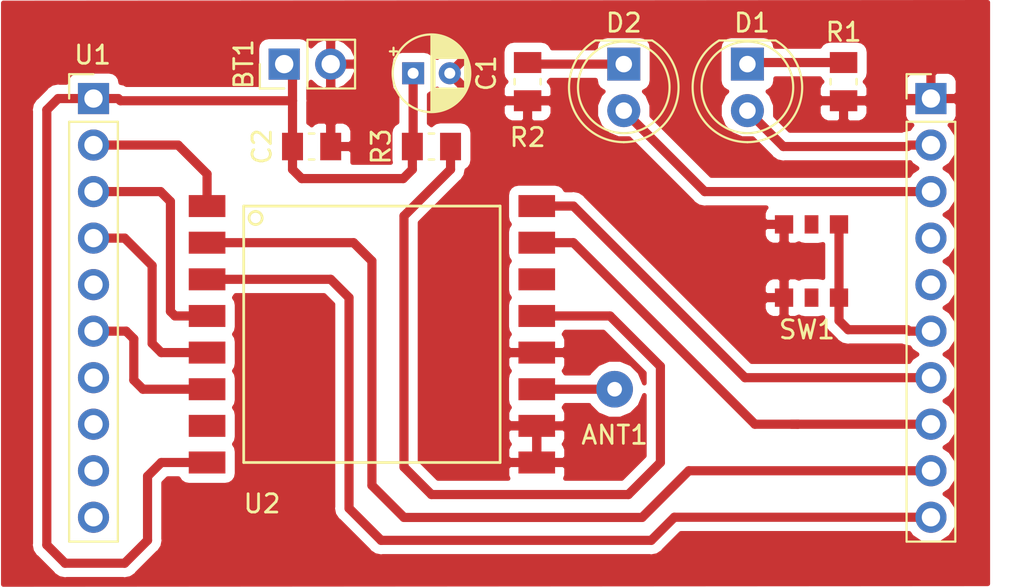
<source format=kicad_pcb>
(kicad_pcb (version 20171130) (host pcbnew 5.0.0-rc1-44a33f2~62~ubuntu16.04.1)

  (general
    (thickness 1.6)
    (drawings 0)
    (tracks 102)
    (zones 0)
    (modules 12)
    (nets 27)
  )

  (page A4)
  (title_block
    (title "Houz IR  Module")
    (date 2018-05-14)
    (rev 0.1)
    (company Houz)
    (comment 1 "David Krepsky")
  )

  (layers
    (0 F.Cu signal)
    (31 B.Cu signal)
    (32 B.Adhes user)
    (33 F.Adhes user)
    (34 B.Paste user)
    (35 F.Paste user)
    (36 B.SilkS user)
    (37 F.SilkS user)
    (38 B.Mask user)
    (39 F.Mask user)
    (40 Dwgs.User user)
    (41 Cmts.User user)
    (42 Eco1.User user)
    (43 Eco2.User user)
    (44 Edge.Cuts user)
    (45 Margin user)
    (46 B.CrtYd user hide)
    (47 F.CrtYd user hide)
    (48 B.Fab user hide)
    (49 F.Fab user hide)
  )

  (setup
    (last_trace_width 0.5)
    (trace_clearance 0.25)
    (zone_clearance 0.5)
    (zone_45_only no)
    (trace_min 0.5)
    (segment_width 0.2)
    (edge_width 0.15)
    (via_size 0.6)
    (via_drill 0.3)
    (via_min_size 0.6)
    (via_min_drill 0.3)
    (user_via 0.8 0.4)
    (uvia_size 0.3)
    (uvia_drill 0.1)
    (uvias_allowed no)
    (uvia_min_size 0.2)
    (uvia_min_drill 0.1)
    (pcb_text_width 0.3)
    (pcb_text_size 1.5 1.5)
    (mod_edge_width 0.15)
    (mod_text_size 0.6 0.6)
    (mod_text_width 0.15)
    (pad_size 1.12 1.4)
    (pad_drill 0)
    (pad_to_mask_clearance 0.2)
    (aux_axis_origin 0 0)
    (visible_elements FFFFFF7F)
    (pcbplotparams
      (layerselection 0x010fc_ffffffff)
      (usegerberextensions false)
      (usegerberattributes false)
      (usegerberadvancedattributes false)
      (creategerberjobfile false)
      (excludeedgelayer true)
      (linewidth 0.150000)
      (plotframeref false)
      (viasonmask false)
      (mode 1)
      (useauxorigin false)
      (hpglpennumber 1)
      (hpglpenspeed 20)
      (hpglpendiameter 15)
      (psnegative false)
      (psa4output false)
      (plotreference true)
      (plotvalue true)
      (plotinvisibletext false)
      (padsonsilk false)
      (subtractmaskfromsilk false)
      (outputformat 1)
      (mirror false)
      (drillshape 1)
      (scaleselection 1)
      (outputdirectory ""))
  )

  (net 0 "")
  (net 1 "Net-(ANT1-Pad1)")
  (net 2 VDD)
  (net 3 GND)
  (net 4 /PB_CFG)
  (net 5 /STATUS)
  (net 6 /POR)
  (net 7 /NSS_CFG)
  (net 8 /NSS_DATA)
  (net 9 /MOSI)
  (net 10 /MISO)
  (net 11 /SCLK)
  (net 12 /IRQ_0)
  (net 13 /IRQ_1)
  (net 14 /IR)
  (net 15 "Net-(U2-Pad7)")
  (net 16 /RF_DATA)
  (net 17 "Net-(U2-Pad14)")
  (net 18 "Net-(D1-Pad1)")
  (net 19 "Net-(D2-Pad1)")
  (net 20 "Net-(U1-Pad8)")
  (net 21 "Net-(U1-Pad7)")
  (net 22 "Net-(U1-Pad16)")
  (net 23 "Net-(U1-Pad17)")
  (net 24 "Net-(U1-Pad10)")
  (net 25 "Net-(U1-Pad9)")
  (net 26 "Net-(U1-Pad5)")

  (net_class Default "This is the default net class."
    (clearance 0.25)
    (trace_width 0.5)
    (via_dia 0.6)
    (via_drill 0.3)
    (uvia_dia 0.3)
    (uvia_drill 0.1)
    (add_net /IR)
    (add_net /IRQ_0)
    (add_net /IRQ_1)
    (add_net /MISO)
    (add_net /MOSI)
    (add_net /NSS_CFG)
    (add_net /NSS_DATA)
    (add_net /PB_CFG)
    (add_net /POR)
    (add_net /RF_DATA)
    (add_net /SCLK)
    (add_net /STATUS)
    (add_net GND)
    (add_net "Net-(ANT1-Pad1)")
    (add_net "Net-(D1-Pad1)")
    (add_net "Net-(D2-Pad1)")
    (add_net "Net-(U1-Pad10)")
    (add_net "Net-(U1-Pad16)")
    (add_net "Net-(U1-Pad17)")
    (add_net "Net-(U1-Pad5)")
    (add_net "Net-(U1-Pad7)")
    (add_net "Net-(U1-Pad8)")
    (add_net "Net-(U1-Pad9)")
    (add_net "Net-(U2-Pad14)")
    (add_net "Net-(U2-Pad7)")
    (add_net VDD)
  )

  (module Custom_BoosterPack:BoosterPack_20pins (layer F.Cu) (tedit 5AFB4141) (tstamp 5AFFBAEE)
    (at 148.91 93.81)
    (descr "Through hole straight pin header, 1x10, 2.54mm pitch, single row")
    (tags "Through hole pin header THT 1x10 2.54mm single row")
    (path /5AFC8D44)
    (fp_text reference U1 (at -22.91 -13.81) (layer F.SilkS)
      (effects (font (size 1 1) (thickness 0.15)))
    )
    (fp_text value MSP-EXP430FR2311_BoosterPack (at 15.09 16.19) (layer F.Fab)
      (effects (font (size 1 1) (thickness 0.15)))
    )
    (fp_text user %R (at -22.91 -13.81 180) (layer F.Fab)
      (effects (font (size 1 1) (thickness 0.15)))
    )
    (fp_line (start -21.06 -13.23) (end -24.66 -13.23) (layer F.CrtYd) (width 0.05))
    (fp_line (start -21.06 13.22) (end -21.06 -13.23) (layer F.CrtYd) (width 0.05))
    (fp_line (start -24.66 13.22) (end -21.06 13.22) (layer F.CrtYd) (width 0.05))
    (fp_line (start -24.66 -13.23) (end -24.66 13.22) (layer F.CrtYd) (width 0.05))
    (fp_line (start -24.19 -12.76) (end -22.86 -12.76) (layer F.SilkS) (width 0.12))
    (fp_line (start -24.19 -11.43) (end -24.19 -12.76) (layer F.SilkS) (width 0.12))
    (fp_line (start -24.19 -10.16) (end -21.53 -10.16) (layer F.SilkS) (width 0.12))
    (fp_line (start -21.53 -10.16) (end -21.53 12.76) (layer F.SilkS) (width 0.12))
    (fp_line (start -24.19 -10.16) (end -24.19 12.76) (layer F.SilkS) (width 0.12))
    (fp_line (start -24.19 12.76) (end -21.53 12.76) (layer F.SilkS) (width 0.12))
    (fp_line (start -24.13 -12.065) (end -23.495 -12.7) (layer F.Fab) (width 0.1))
    (fp_line (start -24.13 12.7) (end -24.13 -12.065) (layer F.Fab) (width 0.1))
    (fp_line (start -21.59 12.7) (end -24.13 12.7) (layer F.Fab) (width 0.1))
    (fp_line (start -21.59 -12.7) (end -21.59 12.7) (layer F.Fab) (width 0.1))
    (fp_line (start -23.495 -12.7) (end -21.59 -12.7) (layer F.Fab) (width 0.1))
    (fp_line (start 21.53 -11.43) (end 21.53 -12.76) (layer F.SilkS) (width 0.12))
    (fp_line (start 24.66 -13.23) (end 21.06 -13.23) (layer F.CrtYd) (width 0.05))
    (fp_line (start 21.59 12.7) (end 21.59 -12.065) (layer F.Fab) (width 0.1))
    (fp_line (start 24.66 13.22) (end 24.66 -13.23) (layer F.CrtYd) (width 0.05))
    (fp_line (start 21.06 -13.23) (end 21.06 13.22) (layer F.CrtYd) (width 0.05))
    (fp_line (start 21.53 -12.76) (end 22.86 -12.76) (layer F.SilkS) (width 0.12))
    (fp_line (start 21.59 -12.065) (end 22.225 -12.7) (layer F.Fab) (width 0.1))
    (fp_line (start 24.13 12.7) (end 21.59 12.7) (layer F.Fab) (width 0.1))
    (fp_text user %R (at 23.09 -13.81 180) (layer F.Fab)
      (effects (font (size 1 1) (thickness 0.15)))
    )
    (fp_line (start 22.225 -12.7) (end 24.13 -12.7) (layer F.Fab) (width 0.1))
    (fp_line (start 24.19 -10.16) (end 24.19 12.76) (layer F.SilkS) (width 0.12))
    (fp_line (start 21.53 12.76) (end 24.19 12.76) (layer F.SilkS) (width 0.12))
    (fp_line (start 21.53 -10.16) (end 21.53 12.76) (layer F.SilkS) (width 0.12))
    (fp_line (start 21.53 -10.16) (end 24.19 -10.16) (layer F.SilkS) (width 0.12))
    (fp_line (start 21.06 13.22) (end 24.66 13.22) (layer F.CrtYd) (width 0.05))
    (fp_line (start 24.13 -12.7) (end 24.13 12.7) (layer F.Fab) (width 0.1))
    (fp_line (start -27.94 15.24) (end -27.94 -15.24) (layer F.Fab) (width 0.05))
    (fp_line (start -27.94 -15.24) (end 27.94 -15.24) (layer F.Fab) (width 0.05))
    (fp_line (start 27.94 -15.24) (end 27.94 15.24) (layer F.Fab) (width 0.05))
    (fp_line (start 27.94 15.24) (end -27.94 15.24) (layer F.Fab) (width 0.05))
    (pad 10 thru_hole oval (at -22.86 11.43) (size 1.7 1.7) (drill 1) (layers *.Cu *.Mask)
      (net 24 "Net-(U1-Pad10)"))
    (pad 9 thru_hole oval (at -22.86 8.89) (size 1.7 1.7) (drill 1) (layers *.Cu *.Mask)
      (net 25 "Net-(U1-Pad9)"))
    (pad 8 thru_hole oval (at -22.86 6.35) (size 1.7 1.7) (drill 1) (layers *.Cu *.Mask)
      (net 20 "Net-(U1-Pad8)"))
    (pad 7 thru_hole oval (at -22.86 3.81) (size 1.7 1.7) (drill 1) (layers *.Cu *.Mask)
      (net 21 "Net-(U1-Pad7)"))
    (pad 6 thru_hole oval (at -22.86 1.27) (size 1.7 1.7) (drill 1) (layers *.Cu *.Mask)
      (net 11 /SCLK))
    (pad 5 thru_hole oval (at -22.86 -1.27) (size 1.7 1.7) (drill 1) (layers *.Cu *.Mask)
      (net 26 "Net-(U1-Pad5)"))
    (pad 4 thru_hole oval (at -22.86 -3.81) (size 1.7 1.7) (drill 1) (layers *.Cu *.Mask)
      (net 9 /MOSI))
    (pad 3 thru_hole oval (at -22.86 -6.35) (size 1.7 1.7) (drill 1) (layers *.Cu *.Mask)
      (net 10 /MISO))
    (pad 2 thru_hole oval (at -22.86 -8.89) (size 1.7 1.7) (drill 1) (layers *.Cu *.Mask)
      (net 6 /POR))
    (pad 1 thru_hole rect (at -22.86 -11.43) (size 1.7 1.7) (drill 1) (layers *.Cu *.Mask)
      (net 2 VDD))
    (pad 16 thru_hole oval (at 22.86 -1.27) (size 1.7 1.7) (drill 1) (layers *.Cu *.Mask)
      (net 22 "Net-(U1-Pad16)"))
    (pad 14 thru_hole oval (at 22.86 3.81) (size 1.7 1.7) (drill 1) (layers *.Cu *.Mask)
      (net 12 /IRQ_0))
    (pad 11 thru_hole oval (at 22.86 11.43) (size 1.7 1.7) (drill 1) (layers *.Cu *.Mask)
      (net 8 /NSS_DATA))
    (pad 12 thru_hole oval (at 22.86 8.89) (size 1.7 1.7) (drill 1) (layers *.Cu *.Mask)
      (net 7 /NSS_CFG))
    (pad 13 thru_hole oval (at 22.86 6.35) (size 1.7 1.7) (drill 1) (layers *.Cu *.Mask)
      (net 13 /IRQ_1))
    (pad 15 thru_hole oval (at 22.86 1.27) (size 1.7 1.7) (drill 1) (layers *.Cu *.Mask)
      (net 4 /PB_CFG))
    (pad 17 thru_hole oval (at 22.86 -3.81) (size 1.7 1.7) (drill 1) (layers *.Cu *.Mask)
      (net 23 "Net-(U1-Pad17)"))
    (pad 18 thru_hole oval (at 22.86 -6.35) (size 1.7 1.7) (drill 1) (layers *.Cu *.Mask)
      (net 14 /IR))
    (pad 20 thru_hole rect (at 22.86 -11.43) (size 1.7 1.7) (drill 1) (layers *.Cu *.Mask)
      (net 3 GND))
    (pad 19 thru_hole oval (at 22.86 -8.89) (size 1.7 1.7) (drill 1) (layers *.Cu *.Mask)
      (net 5 /STATUS))
    (model ${KISYS3DMOD}/Pin_Headers.3dshapes/Pin_Header_Straight_1x10_Pitch2.54mm.wrl
      (at (xyz 0 0 0))
      (scale (xyz 1 1 1))
      (rotate (xyz 0 0 0))
    )
  )

  (module Custom_RF:RFM64W-433S2 (layer F.Cu) (tedit 5AD2525E) (tstamp 5AFCFE59)
    (at 141.25 95.25)
    (path /5AEB0ECE)
    (fp_text reference U2 (at -6 9.25) (layer F.SilkS)
      (effects (font (size 1 1) (thickness 0.15)))
    )
    (fp_text value RFM64W (at 0 0) (layer F.Fab)
      (effects (font (size 1 1) (thickness 0.15)))
    )
    (fp_circle (center -6.35 -6.35) (end -6.096 -6.604) (layer F.SilkS) (width 0.15))
    (fp_line (start -7 -7) (end 7 -7) (layer F.SilkS) (width 0.15))
    (fp_line (start 7 -7) (end 7 7) (layer F.SilkS) (width 0.15))
    (fp_line (start 7 7) (end -7 7) (layer F.SilkS) (width 0.15))
    (fp_line (start -7 7) (end -7 -7) (layer F.SilkS) (width 0.15))
    (fp_line (start 9.85 8) (end -9.85 8) (layer F.Fab) (width 0.15))
    (fp_line (start 9.85 -8) (end 9.85 8) (layer F.Fab) (width 0.15))
    (fp_line (start -9.85 8) (end -9.85 -8) (layer F.Fab) (width 0.15))
    (fp_line (start -9.85 -8) (end 9.85 -8) (layer F.Fab) (width 0.15))
    (pad 1 smd rect (at -9 -7) (size 2 1.2) (layers F.Cu F.Paste F.Mask)
      (net 6 /POR))
    (pad 2 smd rect (at -9 -5) (size 2 1.2) (layers F.Cu F.Paste F.Mask)
      (net 7 /NSS_CFG))
    (pad 3 smd rect (at -9 -3) (size 2 1.2) (layers F.Cu F.Paste F.Mask)
      (net 8 /NSS_DATA))
    (pad 4 smd rect (at -9 -1) (size 2 1.2) (layers F.Cu F.Paste F.Mask)
      (net 10 /MISO))
    (pad 5 smd rect (at -9 1) (size 2 1.2) (layers F.Cu F.Paste F.Mask)
      (net 9 /MOSI))
    (pad 6 smd rect (at -9 3) (size 2 1.2) (layers F.Cu F.Paste F.Mask)
      (net 11 /SCLK))
    (pad 7 smd rect (at -9 5) (size 2 1.2) (layers F.Cu F.Paste F.Mask)
      (net 15 "Net-(U2-Pad7)"))
    (pad 8 smd rect (at -9 7) (size 2 1.2) (layers F.Cu F.Paste F.Mask)
      (net 2 VDD))
    (pad 9 smd rect (at 9 7) (size 2 1.2) (layers F.Cu F.Paste F.Mask)
      (net 3 GND))
    (pad 10 smd rect (at 9 5) (size 2 1.2) (layers F.Cu F.Paste F.Mask)
      (net 3 GND))
    (pad 11 smd rect (at 9 3) (size 2 1.2) (layers F.Cu F.Paste F.Mask)
      (net 1 "Net-(ANT1-Pad1)"))
    (pad 12 smd rect (at 9 1) (size 2 1.2) (layers F.Cu F.Paste F.Mask)
      (net 3 GND))
    (pad 13 smd rect (at 9 -1) (size 2 1.2) (layers F.Cu F.Paste F.Mask)
      (net 16 /RF_DATA))
    (pad 14 smd rect (at 9 -3) (size 2 1.2) (layers F.Cu F.Paste F.Mask)
      (net 17 "Net-(U2-Pad14)"))
    (pad 15 smd rect (at 9 -5) (size 2 1.2) (layers F.Cu F.Paste F.Mask)
      (net 13 /IRQ_1))
    (pad 16 smd rect (at 9 -7) (size 2 1.2) (layers F.Cu F.Paste F.Mask)
      (net 12 /IRQ_0))
  )

  (module Connector_PinHeader_2.54mm:PinHeader_1x02_P2.54mm_Vertical (layer F.Cu) (tedit 59FED5CC) (tstamp 5AFCFD2C)
    (at 136.46 80.5 90)
    (descr "Through hole straight pin header, 1x02, 2.54mm pitch, single row")
    (tags "Through hole pin header THT 1x02 2.54mm single row")
    (path /5AEB2D3B)
    (fp_text reference BT1 (at 0 -2.21 90) (layer F.SilkS)
      (effects (font (size 1 1) (thickness 0.15)))
    )
    (fp_text value CR2477 (at 0 -2.46 90) (layer F.Fab)
      (effects (font (size 1 1) (thickness 0.15)))
    )
    (fp_line (start -0.635 -1.27) (end 1.27 -1.27) (layer F.Fab) (width 0.1))
    (fp_line (start 1.27 -1.27) (end 1.27 3.81) (layer F.Fab) (width 0.1))
    (fp_line (start 1.27 3.81) (end -1.27 3.81) (layer F.Fab) (width 0.1))
    (fp_line (start -1.27 3.81) (end -1.27 -0.635) (layer F.Fab) (width 0.1))
    (fp_line (start -1.27 -0.635) (end -0.635 -1.27) (layer F.Fab) (width 0.1))
    (fp_line (start -1.33 3.87) (end 1.33 3.87) (layer F.SilkS) (width 0.12))
    (fp_line (start -1.33 1.27) (end -1.33 3.87) (layer F.SilkS) (width 0.12))
    (fp_line (start 1.33 1.27) (end 1.33 3.87) (layer F.SilkS) (width 0.12))
    (fp_line (start -1.33 1.27) (end 1.33 1.27) (layer F.SilkS) (width 0.12))
    (fp_line (start -1.33 0) (end -1.33 -1.33) (layer F.SilkS) (width 0.12))
    (fp_line (start -1.33 -1.33) (end 0 -1.33) (layer F.SilkS) (width 0.12))
    (fp_line (start -1.8 -1.8) (end -1.8 4.35) (layer F.CrtYd) (width 0.05))
    (fp_line (start -1.8 4.35) (end 1.8 4.35) (layer F.CrtYd) (width 0.05))
    (fp_line (start 1.8 4.35) (end 1.8 -1.8) (layer F.CrtYd) (width 0.05))
    (fp_line (start 1.8 -1.8) (end -1.8 -1.8) (layer F.CrtYd) (width 0.05))
    (fp_text user %R (at -0.25 -4.46 270) (layer F.Fab)
      (effects (font (size 1 1) (thickness 0.15)))
    )
    (pad 1 thru_hole rect (at 0 0 90) (size 1.7 1.7) (drill 1) (layers *.Cu *.Mask)
      (net 2 VDD))
    (pad 2 thru_hole oval (at 0 2.54 90) (size 1.7 1.7) (drill 1) (layers *.Cu *.Mask)
      (net 3 GND))
    (model ${KISYS3DMOD}/Connector_PinHeader_2.54mm.3dshapes/PinHeader_1x02_P2.54mm_Vertical.wrl
      (at (xyz 0 0 0))
      (scale (xyz 1 1 1))
      (rotate (xyz 0 0 0))
    )
  )

  (module Capacitor_THT:CP_Radial_D4.0mm_P2.00mm (layer F.Cu) (tedit 5A533290) (tstamp 5AFCFF2F)
    (at 143.5 81)
    (descr "CP, Radial series, Radial, pin pitch=2.00mm, , diameter=4mm, Electrolytic Capacitor")
    (tags "CP Radial series Radial pin pitch 2.00mm  diameter 4mm Electrolytic Capacitor")
    (path /5AECEBA4)
    (fp_text reference C1 (at 4 0 90) (layer F.SilkS)
      (effects (font (size 1 1) (thickness 0.15)))
    )
    (fp_text value 10u (at -1.5 -0.25 -270) (layer F.Fab)
      (effects (font (size 1 1) (thickness 0.15)))
    )
    (fp_circle (center 1 0) (end 3 0) (layer F.Fab) (width 0.1))
    (fp_circle (center 1 0) (end 3.12 0) (layer F.SilkS) (width 0.12))
    (fp_circle (center 1 0) (end 3.25 0) (layer F.CrtYd) (width 0.05))
    (fp_line (start -0.702554 -0.8675) (end -0.302554 -0.8675) (layer F.Fab) (width 0.1))
    (fp_line (start -0.502554 -1.0675) (end -0.502554 -0.6675) (layer F.Fab) (width 0.1))
    (fp_line (start 1 -2.08) (end 1 2.08) (layer F.SilkS) (width 0.12))
    (fp_line (start 1.04 -2.08) (end 1.04 2.08) (layer F.SilkS) (width 0.12))
    (fp_line (start 1.08 -2.079) (end 1.08 2.079) (layer F.SilkS) (width 0.12))
    (fp_line (start 1.12 -2.077) (end 1.12 2.077) (layer F.SilkS) (width 0.12))
    (fp_line (start 1.16 -2.074) (end 1.16 2.074) (layer F.SilkS) (width 0.12))
    (fp_line (start 1.2 -2.071) (end 1.2 -0.84) (layer F.SilkS) (width 0.12))
    (fp_line (start 1.2 0.84) (end 1.2 2.071) (layer F.SilkS) (width 0.12))
    (fp_line (start 1.24 -2.067) (end 1.24 -0.84) (layer F.SilkS) (width 0.12))
    (fp_line (start 1.24 0.84) (end 1.24 2.067) (layer F.SilkS) (width 0.12))
    (fp_line (start 1.28 -2.062) (end 1.28 -0.84) (layer F.SilkS) (width 0.12))
    (fp_line (start 1.28 0.84) (end 1.28 2.062) (layer F.SilkS) (width 0.12))
    (fp_line (start 1.32 -2.056) (end 1.32 -0.84) (layer F.SilkS) (width 0.12))
    (fp_line (start 1.32 0.84) (end 1.32 2.056) (layer F.SilkS) (width 0.12))
    (fp_line (start 1.36 -2.05) (end 1.36 -0.84) (layer F.SilkS) (width 0.12))
    (fp_line (start 1.36 0.84) (end 1.36 2.05) (layer F.SilkS) (width 0.12))
    (fp_line (start 1.4 -2.042) (end 1.4 -0.84) (layer F.SilkS) (width 0.12))
    (fp_line (start 1.4 0.84) (end 1.4 2.042) (layer F.SilkS) (width 0.12))
    (fp_line (start 1.44 -2.034) (end 1.44 -0.84) (layer F.SilkS) (width 0.12))
    (fp_line (start 1.44 0.84) (end 1.44 2.034) (layer F.SilkS) (width 0.12))
    (fp_line (start 1.48 -2.025) (end 1.48 -0.84) (layer F.SilkS) (width 0.12))
    (fp_line (start 1.48 0.84) (end 1.48 2.025) (layer F.SilkS) (width 0.12))
    (fp_line (start 1.52 -2.016) (end 1.52 -0.84) (layer F.SilkS) (width 0.12))
    (fp_line (start 1.52 0.84) (end 1.52 2.016) (layer F.SilkS) (width 0.12))
    (fp_line (start 1.56 -2.005) (end 1.56 -0.84) (layer F.SilkS) (width 0.12))
    (fp_line (start 1.56 0.84) (end 1.56 2.005) (layer F.SilkS) (width 0.12))
    (fp_line (start 1.6 -1.994) (end 1.6 -0.84) (layer F.SilkS) (width 0.12))
    (fp_line (start 1.6 0.84) (end 1.6 1.994) (layer F.SilkS) (width 0.12))
    (fp_line (start 1.64 -1.982) (end 1.64 -0.84) (layer F.SilkS) (width 0.12))
    (fp_line (start 1.64 0.84) (end 1.64 1.982) (layer F.SilkS) (width 0.12))
    (fp_line (start 1.68 -1.968) (end 1.68 -0.84) (layer F.SilkS) (width 0.12))
    (fp_line (start 1.68 0.84) (end 1.68 1.968) (layer F.SilkS) (width 0.12))
    (fp_line (start 1.721 -1.954) (end 1.721 -0.84) (layer F.SilkS) (width 0.12))
    (fp_line (start 1.721 0.84) (end 1.721 1.954) (layer F.SilkS) (width 0.12))
    (fp_line (start 1.761 -1.94) (end 1.761 -0.84) (layer F.SilkS) (width 0.12))
    (fp_line (start 1.761 0.84) (end 1.761 1.94) (layer F.SilkS) (width 0.12))
    (fp_line (start 1.801 -1.924) (end 1.801 -0.84) (layer F.SilkS) (width 0.12))
    (fp_line (start 1.801 0.84) (end 1.801 1.924) (layer F.SilkS) (width 0.12))
    (fp_line (start 1.841 -1.907) (end 1.841 -0.84) (layer F.SilkS) (width 0.12))
    (fp_line (start 1.841 0.84) (end 1.841 1.907) (layer F.SilkS) (width 0.12))
    (fp_line (start 1.881 -1.889) (end 1.881 -0.84) (layer F.SilkS) (width 0.12))
    (fp_line (start 1.881 0.84) (end 1.881 1.889) (layer F.SilkS) (width 0.12))
    (fp_line (start 1.921 -1.87) (end 1.921 -0.84) (layer F.SilkS) (width 0.12))
    (fp_line (start 1.921 0.84) (end 1.921 1.87) (layer F.SilkS) (width 0.12))
    (fp_line (start 1.961 -1.851) (end 1.961 -0.84) (layer F.SilkS) (width 0.12))
    (fp_line (start 1.961 0.84) (end 1.961 1.851) (layer F.SilkS) (width 0.12))
    (fp_line (start 2.001 -1.83) (end 2.001 -0.84) (layer F.SilkS) (width 0.12))
    (fp_line (start 2.001 0.84) (end 2.001 1.83) (layer F.SilkS) (width 0.12))
    (fp_line (start 2.041 -1.808) (end 2.041 -0.84) (layer F.SilkS) (width 0.12))
    (fp_line (start 2.041 0.84) (end 2.041 1.808) (layer F.SilkS) (width 0.12))
    (fp_line (start 2.081 -1.785) (end 2.081 -0.84) (layer F.SilkS) (width 0.12))
    (fp_line (start 2.081 0.84) (end 2.081 1.785) (layer F.SilkS) (width 0.12))
    (fp_line (start 2.121 -1.76) (end 2.121 -0.84) (layer F.SilkS) (width 0.12))
    (fp_line (start 2.121 0.84) (end 2.121 1.76) (layer F.SilkS) (width 0.12))
    (fp_line (start 2.161 -1.735) (end 2.161 -0.84) (layer F.SilkS) (width 0.12))
    (fp_line (start 2.161 0.84) (end 2.161 1.735) (layer F.SilkS) (width 0.12))
    (fp_line (start 2.201 -1.708) (end 2.201 -0.84) (layer F.SilkS) (width 0.12))
    (fp_line (start 2.201 0.84) (end 2.201 1.708) (layer F.SilkS) (width 0.12))
    (fp_line (start 2.241 -1.68) (end 2.241 -0.84) (layer F.SilkS) (width 0.12))
    (fp_line (start 2.241 0.84) (end 2.241 1.68) (layer F.SilkS) (width 0.12))
    (fp_line (start 2.281 -1.65) (end 2.281 -0.84) (layer F.SilkS) (width 0.12))
    (fp_line (start 2.281 0.84) (end 2.281 1.65) (layer F.SilkS) (width 0.12))
    (fp_line (start 2.321 -1.619) (end 2.321 -0.84) (layer F.SilkS) (width 0.12))
    (fp_line (start 2.321 0.84) (end 2.321 1.619) (layer F.SilkS) (width 0.12))
    (fp_line (start 2.361 -1.587) (end 2.361 -0.84) (layer F.SilkS) (width 0.12))
    (fp_line (start 2.361 0.84) (end 2.361 1.587) (layer F.SilkS) (width 0.12))
    (fp_line (start 2.401 -1.552) (end 2.401 -0.84) (layer F.SilkS) (width 0.12))
    (fp_line (start 2.401 0.84) (end 2.401 1.552) (layer F.SilkS) (width 0.12))
    (fp_line (start 2.441 -1.516) (end 2.441 -0.84) (layer F.SilkS) (width 0.12))
    (fp_line (start 2.441 0.84) (end 2.441 1.516) (layer F.SilkS) (width 0.12))
    (fp_line (start 2.481 -1.478) (end 2.481 -0.84) (layer F.SilkS) (width 0.12))
    (fp_line (start 2.481 0.84) (end 2.481 1.478) (layer F.SilkS) (width 0.12))
    (fp_line (start 2.521 -1.438) (end 2.521 -0.84) (layer F.SilkS) (width 0.12))
    (fp_line (start 2.521 0.84) (end 2.521 1.438) (layer F.SilkS) (width 0.12))
    (fp_line (start 2.561 -1.396) (end 2.561 -0.84) (layer F.SilkS) (width 0.12))
    (fp_line (start 2.561 0.84) (end 2.561 1.396) (layer F.SilkS) (width 0.12))
    (fp_line (start 2.601 -1.351) (end 2.601 -0.84) (layer F.SilkS) (width 0.12))
    (fp_line (start 2.601 0.84) (end 2.601 1.351) (layer F.SilkS) (width 0.12))
    (fp_line (start 2.641 -1.304) (end 2.641 -0.84) (layer F.SilkS) (width 0.12))
    (fp_line (start 2.641 0.84) (end 2.641 1.304) (layer F.SilkS) (width 0.12))
    (fp_line (start 2.681 -1.254) (end 2.681 -0.84) (layer F.SilkS) (width 0.12))
    (fp_line (start 2.681 0.84) (end 2.681 1.254) (layer F.SilkS) (width 0.12))
    (fp_line (start 2.721 -1.2) (end 2.721 -0.84) (layer F.SilkS) (width 0.12))
    (fp_line (start 2.721 0.84) (end 2.721 1.2) (layer F.SilkS) (width 0.12))
    (fp_line (start 2.761 -1.142) (end 2.761 -0.84) (layer F.SilkS) (width 0.12))
    (fp_line (start 2.761 0.84) (end 2.761 1.142) (layer F.SilkS) (width 0.12))
    (fp_line (start 2.801 -1.08) (end 2.801 -0.84) (layer F.SilkS) (width 0.12))
    (fp_line (start 2.801 0.84) (end 2.801 1.08) (layer F.SilkS) (width 0.12))
    (fp_line (start 2.841 -1.013) (end 2.841 1.013) (layer F.SilkS) (width 0.12))
    (fp_line (start 2.881 -0.94) (end 2.881 0.94) (layer F.SilkS) (width 0.12))
    (fp_line (start 2.921 -0.859) (end 2.921 0.859) (layer F.SilkS) (width 0.12))
    (fp_line (start 2.961 -0.768) (end 2.961 0.768) (layer F.SilkS) (width 0.12))
    (fp_line (start 3.001 -0.664) (end 3.001 0.664) (layer F.SilkS) (width 0.12))
    (fp_line (start 3.041 -0.537) (end 3.041 0.537) (layer F.SilkS) (width 0.12))
    (fp_line (start 3.081 -0.37) (end 3.081 0.37) (layer F.SilkS) (width 0.12))
    (fp_line (start -1.269801 -1.195) (end -0.869801 -1.195) (layer F.SilkS) (width 0.12))
    (fp_line (start -1.069801 -1.395) (end -1.069801 -0.995) (layer F.SilkS) (width 0.12))
    (fp_text user %R (at 1 -2.25 -270) (layer F.Fab)
      (effects (font (size 0.8 0.8) (thickness 0.12)))
    )
    (pad 1 thru_hole rect (at 0 0) (size 1.2 1.2) (drill 0.6) (layers *.Cu *.Mask)
      (net 2 VDD))
    (pad 2 thru_hole circle (at 2 0) (size 1.2 1.2) (drill 0.6) (layers *.Cu *.Mask)
      (net 3 GND))
    (model ${KISYS3DMOD}/Capacitor_THT.3dshapes/CP_Radial_D4.0mm_P2.00mm.wrl
      (at (xyz 0 0 0))
      (scale (xyz 1 1 1))
      (rotate (xyz 0 0 0))
    )
  )

  (module Capacitor_SMD:C_0805_2012Metric_Pad1.15x1.50mm_HandSolder (layer F.Cu) (tedit 59FE48B8) (tstamp 5AFFABDD)
    (at 137.9575 85)
    (descr "Capacitor SMD 0805 (2012 Metric), square (rectangular) end terminal, IPC_7351 nominal with elongated pad for handsoldering. (Body size source: http://www.tortai-tech.com/upload/download/2011102023233369053.pdf), generated with kicad-footprint-generator")
    (tags "capacitor handsolder")
    (path /5AECEBAB)
    (attr smd)
    (fp_text reference C2 (at -2.7075 0 90) (layer F.SilkS)
      (effects (font (size 1 1) (thickness 0.15)))
    )
    (fp_text value 100n (at 0 1.85) (layer F.Fab)
      (effects (font (size 1 1) (thickness 0.15)))
    )
    (fp_line (start -1 0.6) (end -1 -0.6) (layer F.Fab) (width 0.1))
    (fp_line (start -1 -0.6) (end 1 -0.6) (layer F.Fab) (width 0.1))
    (fp_line (start 1 -0.6) (end 1 0.6) (layer F.Fab) (width 0.1))
    (fp_line (start 1 0.6) (end -1 0.6) (layer F.Fab) (width 0.1))
    (fp_line (start -0.15 -0.71) (end 0.15 -0.71) (layer F.SilkS) (width 0.12))
    (fp_line (start -0.15 0.71) (end 0.15 0.71) (layer F.SilkS) (width 0.12))
    (fp_line (start -1.86 1) (end -1.86 -1) (layer F.CrtYd) (width 0.05))
    (fp_line (start -1.86 -1) (end 1.86 -1) (layer F.CrtYd) (width 0.05))
    (fp_line (start 1.86 -1) (end 1.86 1) (layer F.CrtYd) (width 0.05))
    (fp_line (start 1.86 1) (end -1.86 1) (layer F.CrtYd) (width 0.05))
    (fp_text user %R (at 2.0425 0 -270) (layer F.Fab)
      (effects (font (size 0.5 0.5) (thickness 0.08)))
    )
    (pad 1 smd rect (at -1.0425 0) (size 1.145 1.5) (layers F.Cu F.Paste F.Mask)
      (net 2 VDD))
    (pad 2 smd rect (at 1.0425 0) (size 1.145 1.5) (layers F.Cu F.Paste F.Mask)
      (net 3 GND))
    (model ${KISYS3DMOD}/Capacitor_SMD.3dshapes/C_0805_2012Metric.wrl
      (at (xyz 0 0 0))
      (scale (xyz 1 1 1))
      (rotate (xyz 0 0 0))
    )
  )

  (module LED_THT:LED_D5.0mm (layer F.Cu) (tedit 5995936A) (tstamp 5AFCFCC2)
    (at 161.75 80.5 270)
    (descr "LED, diameter 5.0mm, 2 pins, http://cdn-reichelt.de/documents/datenblatt/A500/LL-504BC2E-009.pdf")
    (tags "LED diameter 5.0mm 2 pins")
    (path /5AEB16CA)
    (fp_text reference D1 (at -2.25 -0.25 180) (layer F.SilkS)
      (effects (font (size 1 1) (thickness 0.15)))
    )
    (fp_text value RED (at 1.27 3.96 270) (layer F.Fab)
      (effects (font (size 1 1) (thickness 0.15)))
    )
    (fp_text user %R (at 1.25 0 270) (layer F.Fab)
      (effects (font (size 0.8 0.8) (thickness 0.2)))
    )
    (fp_line (start 4.5 -3.25) (end -1.95 -3.25) (layer F.CrtYd) (width 0.05))
    (fp_line (start 4.5 3.25) (end 4.5 -3.25) (layer F.CrtYd) (width 0.05))
    (fp_line (start -1.95 3.25) (end 4.5 3.25) (layer F.CrtYd) (width 0.05))
    (fp_line (start -1.95 -3.25) (end -1.95 3.25) (layer F.CrtYd) (width 0.05))
    (fp_line (start -1.29 -1.545) (end -1.29 1.545) (layer F.SilkS) (width 0.12))
    (fp_line (start -1.23 -1.469694) (end -1.23 1.469694) (layer F.Fab) (width 0.1))
    (fp_circle (center 1.27 0) (end 3.77 0) (layer F.SilkS) (width 0.12))
    (fp_circle (center 1.27 0) (end 3.77 0) (layer F.Fab) (width 0.1))
    (fp_arc (start 1.27 0) (end -1.29 1.54483) (angle -148.9) (layer F.SilkS) (width 0.12))
    (fp_arc (start 1.27 0) (end -1.29 -1.54483) (angle 148.9) (layer F.SilkS) (width 0.12))
    (fp_arc (start 1.27 0) (end -1.23 -1.469694) (angle 299.1) (layer F.Fab) (width 0.1))
    (pad 2 thru_hole circle (at 2.54 0 270) (size 1.8 1.8) (drill 0.9) (layers *.Cu *.Mask)
      (net 5 /STATUS))
    (pad 1 thru_hole rect (at 0 0 270) (size 1.8 1.8) (drill 0.9) (layers *.Cu *.Mask)
      (net 18 "Net-(D1-Pad1)"))
    (model ${KISYS3DMOD}/LED_THT.3dshapes/LED_D5.0mm.wrl
      (at (xyz 0 0 0))
      (scale (xyz 1 1 1))
      (rotate (xyz 0 0 0))
    )
  )

  (module LED_THT:LED_D5.0mm (layer F.Cu) (tedit 5995936A) (tstamp 5AFD0076)
    (at 155 80.5 270)
    (descr "LED, diameter 5.0mm, 2 pins, http://cdn-reichelt.de/documents/datenblatt/A500/LL-504BC2E-009.pdf")
    (tags "LED diameter 5.0mm 2 pins")
    (path /5AEB1646)
    (fp_text reference D2 (at -2.25 0) (layer F.SilkS)
      (effects (font (size 1 1) (thickness 0.15)))
    )
    (fp_text value IR (at 1.5 3.75 270) (layer F.Fab)
      (effects (font (size 1 1) (thickness 0.15)))
    )
    (fp_arc (start 1.27 0) (end -1.23 -1.469694) (angle 299.1) (layer F.Fab) (width 0.1))
    (fp_arc (start 1.27 0) (end -1.29 -1.54483) (angle 148.9) (layer F.SilkS) (width 0.12))
    (fp_arc (start 1.27 0) (end -1.29 1.54483) (angle -148.9) (layer F.SilkS) (width 0.12))
    (fp_circle (center 1.27 0) (end 3.77 0) (layer F.Fab) (width 0.1))
    (fp_circle (center 1.27 0) (end 3.77 0) (layer F.SilkS) (width 0.12))
    (fp_line (start -1.23 -1.469694) (end -1.23 1.469694) (layer F.Fab) (width 0.1))
    (fp_line (start -1.29 -1.545) (end -1.29 1.545) (layer F.SilkS) (width 0.12))
    (fp_line (start -1.95 -3.25) (end -1.95 3.25) (layer F.CrtYd) (width 0.05))
    (fp_line (start -1.95 3.25) (end 4.5 3.25) (layer F.CrtYd) (width 0.05))
    (fp_line (start 4.5 3.25) (end 4.5 -3.25) (layer F.CrtYd) (width 0.05))
    (fp_line (start 4.5 -3.25) (end -1.95 -3.25) (layer F.CrtYd) (width 0.05))
    (fp_text user %R (at 1.25 0 270) (layer F.Fab)
      (effects (font (size 0.8 0.8) (thickness 0.2)))
    )
    (pad 1 thru_hole rect (at 0 0 270) (size 1.8 1.8) (drill 0.9) (layers *.Cu *.Mask)
      (net 19 "Net-(D2-Pad1)"))
    (pad 2 thru_hole circle (at 2.54 0 270) (size 1.8 1.8) (drill 0.9) (layers *.Cu *.Mask)
      (net 14 /IR))
    (model ${KISYS3DMOD}/LED_THT.3dshapes/LED_D5.0mm.wrl
      (at (xyz 0 0 0))
      (scale (xyz 1 1 1))
      (rotate (xyz 0 0 0))
    )
  )

  (module Resistor_SMD:R_0805_2012Metric_Pad1.15x1.50mm_HandSolder (layer F.Cu) (tedit 59FE48B8) (tstamp 5AFCFE17)
    (at 167 81.4575 270)
    (descr "Resistor SMD 0805 (2012 Metric), square (rectangular) end terminal, IPC_7351 nominal with elongated pad for handsoldering. (Body size source: http://www.tortai-tech.com/upload/download/2011102023233369053.pdf), generated with kicad-footprint-generator")
    (tags "resistor handsolder")
    (path /5AEE464D)
    (attr smd)
    (fp_text reference R1 (at -2.7075 0 180) (layer F.SilkS)
      (effects (font (size 1 1) (thickness 0.15)))
    )
    (fp_text value 1k (at -1.0425 -1.5 90) (layer F.Fab)
      (effects (font (size 1 1) (thickness 0.15)))
    )
    (fp_text user %R (at 0.9575 -1.5 90) (layer F.Fab)
      (effects (font (size 0.5 0.5) (thickness 0.08)))
    )
    (fp_line (start 1.86 1) (end -1.86 1) (layer F.CrtYd) (width 0.05))
    (fp_line (start 1.86 -1) (end 1.86 1) (layer F.CrtYd) (width 0.05))
    (fp_line (start -1.86 -1) (end 1.86 -1) (layer F.CrtYd) (width 0.05))
    (fp_line (start -1.86 1) (end -1.86 -1) (layer F.CrtYd) (width 0.05))
    (fp_line (start -0.15 0.71) (end 0.15 0.71) (layer F.SilkS) (width 0.12))
    (fp_line (start -0.15 -0.71) (end 0.15 -0.71) (layer F.SilkS) (width 0.12))
    (fp_line (start 1 0.6) (end -1 0.6) (layer F.Fab) (width 0.1))
    (fp_line (start 1 -0.6) (end 1 0.6) (layer F.Fab) (width 0.1))
    (fp_line (start -1 -0.6) (end 1 -0.6) (layer F.Fab) (width 0.1))
    (fp_line (start -1 0.6) (end -1 -0.6) (layer F.Fab) (width 0.1))
    (pad 2 smd rect (at 1.0425 0 270) (size 1.145 1.5) (layers F.Cu F.Paste F.Mask)
      (net 3 GND))
    (pad 1 smd rect (at -1.0425 0 270) (size 1.145 1.5) (layers F.Cu F.Paste F.Mask)
      (net 18 "Net-(D1-Pad1)"))
    (model ${KISYS3DMOD}/Resistor_SMD.3dshapes/R_0805_2012Metric.wrl
      (at (xyz 0 0 0))
      (scale (xyz 1 1 1))
      (rotate (xyz 0 0 0))
    )
  )

  (module Resistor_SMD:R_0805_2012Metric_Pad1.15x1.50mm_HandSolder (layer F.Cu) (tedit 59FE48B8) (tstamp 5AFCFEA4)
    (at 149.75 81.4575 270)
    (descr "Resistor SMD 0805 (2012 Metric), square (rectangular) end terminal, IPC_7351 nominal with elongated pad for handsoldering. (Body size source: http://www.tortai-tech.com/upload/download/2011102023233369053.pdf), generated with kicad-footprint-generator")
    (tags "resistor handsolder")
    (path /5AEE3CE2)
    (attr smd)
    (fp_text reference R2 (at 3.0425 0) (layer F.SilkS)
      (effects (font (size 1 1) (thickness 0.15)))
    )
    (fp_text value 1k (at 0 -1.75 270) (layer F.Fab)
      (effects (font (size 1 1) (thickness 0.15)))
    )
    (fp_line (start -1 0.6) (end -1 -0.6) (layer F.Fab) (width 0.1))
    (fp_line (start -1 -0.6) (end 1 -0.6) (layer F.Fab) (width 0.1))
    (fp_line (start 1 -0.6) (end 1 0.6) (layer F.Fab) (width 0.1))
    (fp_line (start 1 0.6) (end -1 0.6) (layer F.Fab) (width 0.1))
    (fp_line (start -0.15 -0.71) (end 0.15 -0.71) (layer F.SilkS) (width 0.12))
    (fp_line (start -0.15 0.71) (end 0.15 0.71) (layer F.SilkS) (width 0.12))
    (fp_line (start -1.86 1) (end -1.86 -1) (layer F.CrtYd) (width 0.05))
    (fp_line (start -1.86 -1) (end 1.86 -1) (layer F.CrtYd) (width 0.05))
    (fp_line (start 1.86 -1) (end 1.86 1) (layer F.CrtYd) (width 0.05))
    (fp_line (start 1.86 1) (end -1.86 1) (layer F.CrtYd) (width 0.05))
    (fp_text user %R (at 2.5 0) (layer F.Fab)
      (effects (font (size 0.5 0.5) (thickness 0.08)))
    )
    (pad 1 smd rect (at -1.0425 0 270) (size 1.145 1.5) (layers F.Cu F.Paste F.Mask)
      (net 19 "Net-(D2-Pad1)"))
    (pad 2 smd rect (at 1.0425 0 270) (size 1.145 1.5) (layers F.Cu F.Paste F.Mask)
      (net 3 GND))
    (model ${KISYS3DMOD}/Resistor_SMD.3dshapes/R_0805_2012Metric.wrl
      (at (xyz 0 0 0))
      (scale (xyz 1 1 1))
      (rotate (xyz 0 0 0))
    )
  )

  (module Resistor_SMD:R_0805_2012Metric_Pad1.15x1.50mm_HandSolder (layer F.Cu) (tedit 59FE48B8) (tstamp 5AFD0015)
    (at 144.5 85)
    (descr "Resistor SMD 0805 (2012 Metric), square (rectangular) end terminal, IPC_7351 nominal with elongated pad for handsoldering. (Body size source: http://www.tortai-tech.com/upload/download/2011102023233369053.pdf), generated with kicad-footprint-generator")
    (tags "resistor handsolder")
    (path /5AEBEAEF)
    (attr smd)
    (fp_text reference R3 (at -2.75 0 270) (layer F.SilkS)
      (effects (font (size 1 1) (thickness 0.15)))
    )
    (fp_text value 100k (at 0 1.85) (layer F.Fab)
      (effects (font (size 1 1) (thickness 0.15)))
    )
    (fp_line (start -1 0.6) (end -1 -0.6) (layer F.Fab) (width 0.1))
    (fp_line (start -1 -0.6) (end 1 -0.6) (layer F.Fab) (width 0.1))
    (fp_line (start 1 -0.6) (end 1 0.6) (layer F.Fab) (width 0.1))
    (fp_line (start 1 0.6) (end -1 0.6) (layer F.Fab) (width 0.1))
    (fp_line (start -0.15 -0.71) (end 0.15 -0.71) (layer F.SilkS) (width 0.12))
    (fp_line (start -0.15 0.71) (end 0.15 0.71) (layer F.SilkS) (width 0.12))
    (fp_line (start -1.86 1) (end -1.86 -1) (layer F.CrtYd) (width 0.05))
    (fp_line (start -1.86 -1) (end 1.86 -1) (layer F.CrtYd) (width 0.05))
    (fp_line (start 1.86 -1) (end 1.86 1) (layer F.CrtYd) (width 0.05))
    (fp_line (start 1.86 1) (end -1.86 1) (layer F.CrtYd) (width 0.05))
    (fp_text user %R (at 2.0425 0 -270) (layer F.Fab)
      (effects (font (size 0.5 0.5) (thickness 0.08)))
    )
    (pad 1 smd rect (at -1.0425 0) (size 1.145 1.5) (layers F.Cu F.Paste F.Mask)
      (net 2 VDD))
    (pad 2 smd rect (at 1.0425 0) (size 1.145 1.5) (layers F.Cu F.Paste F.Mask)
      (net 16 /RF_DATA))
    (model ${KISYS3DMOD}/Resistor_SMD.3dshapes/R_0805_2012Metric.wrl
      (at (xyz 0 0 0))
      (scale (xyz 1 1 1))
      (rotate (xyz 0 0 0))
    )
  )

  (module Connector_Wire:SolderWirePad_single_0-8mmDrill (layer F.Cu) (tedit 5A2676A0) (tstamp 5B0963A9)
    (at 154.5 98.25)
    (descr "Wire solder connection")
    (tags connector)
    (path /5AEB11B2)
    (attr virtual)
    (fp_text reference ANT1 (at 0 2.5) (layer F.SilkS)
      (effects (font (size 1 1) (thickness 0.15)))
    )
    (fp_text value 433MHz_HELICOIDAL (at 0 2.54) (layer F.Fab)
      (effects (font (size 1 1) (thickness 0.15)))
    )
    (fp_text user %R (at 0 0) (layer F.Fab)
      (effects (font (size 1 1) (thickness 0.15)))
    )
    (fp_line (start -1.5 -1.5) (end 1.5 -1.5) (layer F.CrtYd) (width 0.05))
    (fp_line (start -1.5 -1.5) (end -1.5 1.5) (layer F.CrtYd) (width 0.05))
    (fp_line (start 1.5 1.5) (end 1.5 -1.5) (layer F.CrtYd) (width 0.05))
    (fp_line (start 1.5 1.5) (end -1.5 1.5) (layer F.CrtYd) (width 0.05))
    (pad 1 thru_hole circle (at 0 0) (size 1.99898 1.99898) (drill 0.8001) (layers *.Cu *.Mask)
      (net 1 "Net-(ANT1-Pad1)"))
  )

  (module Custom_SwitchButton:SwitchButton_SMD_4x4mm (layer F.Cu) (tedit 5AFDE24E) (tstamp 5AFF7064)
    (at 165.25 91.25 270)
    (path /5AEB194C)
    (fp_text reference SW1 (at 3.75 0.25) (layer F.SilkS)
      (effects (font (size 1 1) (thickness 0.15)))
    )
    (fp_text value CONFIG (at 0 3 270) (layer F.Fab)
      (effects (font (size 1 1) (thickness 0.15)))
    )
    (fp_line (start -2 -2) (end 2 -2) (layer F.CrtYd) (width 0.05))
    (fp_line (start 2 -2) (end 2 2) (layer F.CrtYd) (width 0.05))
    (fp_line (start 2 2) (end -2 2) (layer F.CrtYd) (width 0.05))
    (fp_line (start -2 2) (end -2 -2) (layer F.CrtYd) (width 0.05))
    (fp_line (start -2 2) (end -2 -2) (layer B.Paste) (width 0.05))
    (fp_line (start -2 -2) (end 2 -2) (layer B.Paste) (width 0.05))
    (fp_line (start 2 -2) (end 2 2) (layer B.Paste) (width 0.05))
    (fp_line (start 2 2) (end -2 2) (layer B.Paste) (width 0.05))
    (pad 1 smd rect (at -2 -1.5 270) (size 1 1) (layers F.Cu F.Paste F.Mask)
      (net 4 /PB_CFG))
    (pad 1 smd rect (at 2 -1.5 270) (size 1 1) (layers F.Cu F.Paste F.Mask)
      (net 4 /PB_CFG))
    (pad 2 smd rect (at -2 1.5 270) (size 1 1) (layers F.Cu F.Paste F.Mask)
      (net 3 GND))
    (pad 2 smd rect (at 2 1.5 270) (size 1 1) (layers F.Cu F.Paste F.Mask)
      (net 3 GND))
    (pad 0 smd rect (at -2 0 270) (size 1 0.75) (layers F.Cu F.Paste F.Mask))
    (pad 0 smd rect (at 2 0 270) (size 1 0.75) (layers F.Cu F.Paste F.Mask))
  )

  (segment (start 150.25 98.25) (end 154.5 98.25) (width 0.5) (layer F.Cu) (net 1))
  (segment (start 136.915 82.5) (end 136.915 80.955) (width 0.5) (layer F.Cu) (net 2))
  (segment (start 136.915 85) (end 136.915 82.5) (width 0.5) (layer F.Cu) (net 2))
  (segment (start 126.05 82.38) (end 127.4 82.38) (width 0.5) (layer F.Cu) (net 2))
  (segment (start 127.4 82.38) (end 127.52 82.5) (width 0.5) (layer F.Cu) (net 2))
  (segment (start 127.52 82.5) (end 136.915 82.5) (width 0.5) (layer F.Cu) (net 2))
  (segment (start 142.9575 86.75) (end 143.4575 86.25) (width 0.5) (layer F.Cu) (net 2))
  (segment (start 137.415 86.75) (end 142.9575 86.75) (width 0.5) (layer F.Cu) (net 2))
  (segment (start 136.915 86.25) (end 137.415 86.75) (width 0.5) (layer F.Cu) (net 2))
  (segment (start 136.915 85) (end 136.915 86.25) (width 0.5) (layer F.Cu) (net 2))
  (segment (start 143.4575 86.25) (end 143.4575 85) (width 0.5) (layer F.Cu) (net 2))
  (segment (start 143.5 81) (end 143.5 84.9575) (width 0.5) (layer F.Cu) (net 2))
  (segment (start 143.5 84.9575) (end 143.4575 85) (width 0.5) (layer F.Cu) (net 2))
  (segment (start 136.915 80.955) (end 136.46 80.5) (width 0.5) (layer F.Cu) (net 2))
  (segment (start 129 106.5) (end 127.75 107.75) (width 0.5) (layer F.Cu) (net 2))
  (segment (start 129 103) (end 129 106.5) (width 0.5) (layer F.Cu) (net 2))
  (segment (start 129.75 102.25) (end 129 103) (width 0.5) (layer F.Cu) (net 2))
  (segment (start 123.5 83) (end 124.12 82.38) (width 0.5) (layer F.Cu) (net 2))
  (segment (start 132.25 102.25) (end 129.75 102.25) (width 0.5) (layer F.Cu) (net 2))
  (segment (start 127.75 107.75) (end 124.5 107.75) (width 0.5) (layer F.Cu) (net 2))
  (segment (start 124.5 107.75) (end 123.5 106.75) (width 0.5) (layer F.Cu) (net 2))
  (segment (start 123.5 106.75) (end 123.5 83) (width 0.5) (layer F.Cu) (net 2))
  (segment (start 124.12 82.38) (end 126.05 82.38) (width 0.5) (layer F.Cu) (net 2))
  (segment (start 139 85) (end 139 80.5) (width 0.5) (layer F.Cu) (net 3))
  (segment (start 163.75 91) (end 163.75 93.25) (width 0.5) (layer F.Cu) (net 3))
  (segment (start 159.5 91) (end 163.75 91) (width 0.5) (layer F.Cu) (net 3))
  (segment (start 163.75 89.25) (end 163.75 91) (width 0.5) (layer F.Cu) (net 3))
  (segment (start 149.75 82.5) (end 151 82.5) (width 0.5) (layer F.Cu) (net 3))
  (segment (start 151 82.5) (end 159.5 91) (width 0.5) (layer F.Cu) (net 3))
  (segment (start 147.75 96.75) (end 148.25 96.25) (width 0.5) (layer F.Cu) (net 3))
  (segment (start 148.25 96.25) (end 150.25 96.25) (width 0.5) (layer F.Cu) (net 3))
  (segment (start 147.75 99.25) (end 147.75 96.75) (width 0.5) (layer F.Cu) (net 3))
  (segment (start 150.25 100.25) (end 148.75 100.25) (width 0.5) (layer F.Cu) (net 3))
  (segment (start 148.75 100.25) (end 147.75 99.25) (width 0.5) (layer F.Cu) (net 3))
  (segment (start 150.25 100.25) (end 150.25 102.25) (width 0.5) (layer F.Cu) (net 3))
  (segment (start 167 82.5) (end 171.65 82.5) (width 0.5) (layer F.Cu) (net 3))
  (segment (start 171.65 82.5) (end 171.77 82.38) (width 0.5) (layer F.Cu) (net 3))
  (segment (start 167.25 95) (end 166.75 94.5) (width 0.5) (layer F.Cu) (net 4))
  (segment (start 166.75 94.5) (end 166.75 93.25) (width 0.5) (layer F.Cu) (net 4))
  (segment (start 170.487919 95) (end 167.25 95) (width 0.5) (layer F.Cu) (net 4))
  (segment (start 171.77 95.08) (end 170.567919 95.08) (width 0.5) (layer F.Cu) (net 4))
  (segment (start 170.567919 95.08) (end 170.487919 95) (width 0.5) (layer F.Cu) (net 4))
  (segment (start 166.75 89.25) (end 166.75 93.25) (width 0.5) (layer F.Cu) (net 4))
  (segment (start 170.487919 85) (end 163.71 85) (width 0.5) (layer F.Cu) (net 5))
  (segment (start 163.71 85) (end 161.75 83.04) (width 0.5) (layer F.Cu) (net 5))
  (segment (start 171.77 84.92) (end 170.567919 84.92) (width 0.5) (layer F.Cu) (net 5))
  (segment (start 170.567919 84.92) (end 170.487919 85) (width 0.5) (layer F.Cu) (net 5))
  (segment (start 132.25 86.5) (end 130.67 84.92) (width 0.5) (layer F.Cu) (net 6))
  (segment (start 130.67 84.92) (end 126.05 84.92) (width 0.5) (layer F.Cu) (net 6))
  (segment (start 132.25 88.25) (end 132.25 86.5) (width 0.5) (layer F.Cu) (net 6))
  (segment (start 156 105.25) (end 158.55 102.7) (width 0.5) (layer F.Cu) (net 7))
  (segment (start 158.55 102.7) (end 171.77 102.7) (width 0.5) (layer F.Cu) (net 7))
  (segment (start 143 105.25) (end 156 105.25) (width 0.5) (layer F.Cu) (net 7))
  (segment (start 141.25 103.5) (end 143 105.25) (width 0.5) (layer F.Cu) (net 7))
  (segment (start 141.25 91.25) (end 141.25 103.5) (width 0.5) (layer F.Cu) (net 7))
  (segment (start 140.25 90.25) (end 141.25 91.25) (width 0.5) (layer F.Cu) (net 7))
  (segment (start 132.25 90.25) (end 140.25 90.25) (width 0.5) (layer F.Cu) (net 7))
  (segment (start 140 93.25) (end 140 104.75) (width 0.5) (layer F.Cu) (net 8))
  (segment (start 139 92.25) (end 140 93.25) (width 0.5) (layer F.Cu) (net 8))
  (segment (start 140 104.75) (end 141.75 106.5) (width 0.5) (layer F.Cu) (net 8))
  (segment (start 132.25 92.25) (end 139 92.25) (width 0.5) (layer F.Cu) (net 8))
  (segment (start 141.75 106.5) (end 156.5 106.5) (width 0.5) (layer F.Cu) (net 8))
  (segment (start 156.5 106.5) (end 157.76 105.24) (width 0.5) (layer F.Cu) (net 8))
  (segment (start 157.76 105.24) (end 171.77 105.24) (width 0.5) (layer F.Cu) (net 8))
  (segment (start 129.25 91.5) (end 127.75 90) (width 0.5) (layer F.Cu) (net 9))
  (segment (start 129.25 95.75) (end 129.25 91.5) (width 0.5) (layer F.Cu) (net 9))
  (segment (start 129.75 96.25) (end 129.25 95.75) (width 0.5) (layer F.Cu) (net 9))
  (segment (start 132.25 96.25) (end 129.75 96.25) (width 0.5) (layer F.Cu) (net 9))
  (segment (start 127.75 90) (end 126.05 90) (width 0.5) (layer F.Cu) (net 9))
  (segment (start 130.25 88) (end 130.25 94) (width 0.5) (layer F.Cu) (net 10))
  (segment (start 129.71 87.46) (end 130.25 88) (width 0.5) (layer F.Cu) (net 10))
  (segment (start 130.25 94) (end 130.5 94.25) (width 0.5) (layer F.Cu) (net 10))
  (segment (start 126.05 87.46) (end 129.71 87.46) (width 0.5) (layer F.Cu) (net 10))
  (segment (start 130.5 94.25) (end 132.25 94.25) (width 0.5) (layer F.Cu) (net 10))
  (segment (start 128.25 97.75) (end 128.25 95.5) (width 0.5) (layer F.Cu) (net 11))
  (segment (start 128.75 98.25) (end 128.25 97.75) (width 0.5) (layer F.Cu) (net 11))
  (segment (start 128.25 95.5) (end 127.83 95.08) (width 0.5) (layer F.Cu) (net 11))
  (segment (start 132.25 98.25) (end 128.75 98.25) (width 0.5) (layer F.Cu) (net 11))
  (segment (start 127.83 95.08) (end 126.05 95.08) (width 0.5) (layer F.Cu) (net 11))
  (segment (start 171.77 97.62) (end 161.62 97.62) (width 0.5) (layer F.Cu) (net 12))
  (segment (start 161.62 97.62) (end 152.25 88.25) (width 0.5) (layer F.Cu) (net 12))
  (segment (start 152.25 88.25) (end 150.25 88.25) (width 0.5) (layer F.Cu) (net 12))
  (segment (start 162.16 100.16) (end 152.25 90.25) (width 0.5) (layer F.Cu) (net 13))
  (segment (start 152.25 90.25) (end 150.25 90.25) (width 0.5) (layer F.Cu) (net 13))
  (segment (start 164.5 100.16) (end 164.16 100.16) (width 0.5) (layer F.Cu) (net 13))
  (segment (start 171.77 100.16) (end 164.5 100.16) (width 0.5) (layer F.Cu) (net 13))
  (segment (start 164.5 100.16) (end 162.16 100.16) (width 0.5) (layer F.Cu) (net 13))
  (segment (start 171.77 87.46) (end 159.42 87.46) (width 0.5) (layer F.Cu) (net 14))
  (segment (start 159.42 87.46) (end 155 83.04) (width 0.5) (layer F.Cu) (net 14))
  (segment (start 157 97) (end 154.25 94.25) (width 0.5) (layer F.Cu) (net 16))
  (segment (start 154.25 94.25) (end 150.25 94.25) (width 0.5) (layer F.Cu) (net 16))
  (segment (start 157 102.25) (end 157 97) (width 0.5) (layer F.Cu) (net 16))
  (segment (start 155.25 104) (end 157 102.25) (width 0.5) (layer F.Cu) (net 16))
  (segment (start 144.5 104) (end 155.25 104) (width 0.5) (layer F.Cu) (net 16))
  (segment (start 143 102.5) (end 144.5 104) (width 0.5) (layer F.Cu) (net 16))
  (segment (start 143 88.7925) (end 143 102.5) (width 0.5) (layer F.Cu) (net 16))
  (segment (start 145.5425 85) (end 145.5425 86.25) (width 0.5) (layer F.Cu) (net 16))
  (segment (start 145.5425 86.25) (end 143 88.7925) (width 0.5) (layer F.Cu) (net 16))
  (segment (start 167 80.415) (end 161.835 80.415) (width 0.5) (layer F.Cu) (net 18))
  (segment (start 161.835 80.415) (end 161.75 80.5) (width 0.5) (layer F.Cu) (net 18))
  (segment (start 155 80.5) (end 149.835 80.5) (width 0.5) (layer F.Cu) (net 19))
  (segment (start 149.835 80.5) (end 149.75 80.415) (width 0.5) (layer F.Cu) (net 19))

  (zone (net 3) (net_name GND) (layer F.Cu) (tstamp 5B09AA1E) (hatch edge 0.508)
    (connect_pads (clearance 0.5))
    (min_thickness 0.254)
    (fill yes (arc_segments 16) (thermal_gap 0.5) (thermal_bridge_width 0.5))
    (polygon
      (pts
        (xy 121 77.034855) (xy 175 77) (xy 175 109) (xy 121 109.034855)
      )
    )
    (filled_polygon
      (pts
        (xy 174.873 108.873082) (xy 121.127 108.907773) (xy 121.127 83) (xy 122.60582 83) (xy 122.623001 83.086375)
        (xy 122.623 106.66363) (xy 122.60582 106.75) (xy 122.623 106.83637) (xy 122.623 106.836374) (xy 122.673884 107.092187)
        (xy 122.867719 107.382281) (xy 122.940946 107.43121) (xy 123.818792 108.309057) (xy 123.867719 108.382281) (xy 123.940943 108.431208)
        (xy 123.940944 108.431209) (xy 124.052745 108.505912) (xy 124.157812 108.576116) (xy 124.413625 108.627) (xy 124.41363 108.627)
        (xy 124.5 108.64418) (xy 124.58637 108.627) (xy 127.66363 108.627) (xy 127.75 108.64418) (xy 127.83637 108.627)
        (xy 127.836375 108.627) (xy 128.092188 108.576116) (xy 128.382281 108.382281) (xy 128.43121 108.309055) (xy 129.55906 107.181206)
        (xy 129.632281 107.132281) (xy 129.681206 107.05906) (xy 129.681209 107.059057) (xy 129.826115 106.842189) (xy 129.826116 106.842188)
        (xy 129.877 106.586375) (xy 129.877 106.58637) (xy 129.89418 106.5) (xy 129.877 106.41363) (xy 129.877 103.363264)
        (xy 130.113265 103.127) (xy 130.681 103.127) (xy 130.797959 103.302041) (xy 131.005357 103.44062) (xy 131.25 103.489283)
        (xy 133.25 103.489283) (xy 133.494643 103.44062) (xy 133.702041 103.302041) (xy 133.84062 103.094643) (xy 133.889283 102.85)
        (xy 133.889283 101.65) (xy 133.84062 101.405357) (xy 133.736814 101.25) (xy 133.84062 101.094643) (xy 133.889283 100.85)
        (xy 133.889283 99.65) (xy 133.84062 99.405357) (xy 133.736814 99.25) (xy 133.84062 99.094643) (xy 133.889283 98.85)
        (xy 133.889283 97.65) (xy 133.84062 97.405357) (xy 133.736814 97.25) (xy 133.84062 97.094643) (xy 133.889283 96.85)
        (xy 133.889283 95.65) (xy 133.84062 95.405357) (xy 133.736814 95.25) (xy 133.84062 95.094643) (xy 133.889283 94.85)
        (xy 133.889283 93.65) (xy 133.84062 93.405357) (xy 133.736814 93.25) (xy 133.819 93.127) (xy 138.636736 93.127)
        (xy 139.123 93.613265) (xy 139.123001 104.663625) (xy 139.10582 104.75) (xy 139.123001 104.836375) (xy 139.173885 105.092188)
        (xy 139.36772 105.382281) (xy 139.440944 105.431208) (xy 141.068794 107.05906) (xy 141.117719 107.132281) (xy 141.19094 107.181206)
        (xy 141.190943 107.181209) (xy 141.354629 107.29058) (xy 141.407812 107.326116) (xy 141.663625 107.377) (xy 141.66363 107.377)
        (xy 141.75 107.39418) (xy 141.83637 107.377) (xy 156.41363 107.377) (xy 156.5 107.39418) (xy 156.58637 107.377)
        (xy 156.586375 107.377) (xy 156.842188 107.326116) (xy 157.132281 107.132281) (xy 157.18121 107.059054) (xy 158.123265 106.117)
        (xy 170.57962 106.117) (xy 170.705142 106.304858) (xy 171.193703 106.631303) (xy 171.624529 106.717) (xy 171.915471 106.717)
        (xy 172.346297 106.631303) (xy 172.834858 106.304858) (xy 173.161303 105.816297) (xy 173.275936 105.24) (xy 173.161303 104.663703)
        (xy 172.834858 104.175142) (xy 172.52784 103.97) (xy 172.834858 103.764858) (xy 173.161303 103.276297) (xy 173.275936 102.7)
        (xy 173.161303 102.123703) (xy 172.834858 101.635142) (xy 172.52784 101.43) (xy 172.834858 101.224858) (xy 173.161303 100.736297)
        (xy 173.275936 100.16) (xy 173.161303 99.583703) (xy 172.834858 99.095142) (xy 172.52784 98.89) (xy 172.834858 98.684858)
        (xy 173.161303 98.196297) (xy 173.275936 97.62) (xy 173.161303 97.043703) (xy 172.834858 96.555142) (xy 172.52784 96.35)
        (xy 172.834858 96.144858) (xy 173.161303 95.656297) (xy 173.275936 95.08) (xy 173.161303 94.503703) (xy 172.834858 94.015142)
        (xy 172.52784 93.81) (xy 172.834858 93.604858) (xy 173.161303 93.116297) (xy 173.275936 92.54) (xy 173.161303 91.963703)
        (xy 172.834858 91.475142) (xy 172.52784 91.27) (xy 172.834858 91.064858) (xy 173.161303 90.576297) (xy 173.275936 90)
        (xy 173.161303 89.423703) (xy 172.834858 88.935142) (xy 172.52784 88.73) (xy 172.834858 88.524858) (xy 173.161303 88.036297)
        (xy 173.275936 87.46) (xy 173.161303 86.883703) (xy 172.834858 86.395142) (xy 172.52784 86.19) (xy 172.834858 85.984858)
        (xy 173.161303 85.496297) (xy 173.275936 84.92) (xy 173.161303 84.343703) (xy 172.834858 83.855142) (xy 172.802079 83.83324)
        (xy 172.975167 83.761545) (xy 173.151545 83.585167) (xy 173.247 83.354718) (xy 173.247 82.65975) (xy 173.09025 82.503)
        (xy 171.893 82.503) (xy 171.893 82.523) (xy 171.647 82.523) (xy 171.647 82.503) (xy 170.44975 82.503)
        (xy 170.293 82.65975) (xy 170.293 83.354718) (xy 170.388455 83.585167) (xy 170.564833 83.761545) (xy 170.737921 83.83324)
        (xy 170.705142 83.855142) (xy 170.588379 84.02989) (xy 170.567918 84.02582) (xy 170.481548 84.043) (xy 170.481544 84.043)
        (xy 170.225731 84.093884) (xy 170.182156 84.123) (xy 164.073266 84.123) (xy 163.277 83.326735) (xy 163.277 82.77975)
        (xy 165.623 82.77975) (xy 165.623 83.197218) (xy 165.718455 83.427667) (xy 165.894833 83.604045) (xy 166.125282 83.6995)
        (xy 166.72025 83.6995) (xy 166.877 83.54275) (xy 166.877 82.623) (xy 167.123 82.623) (xy 167.123 83.54275)
        (xy 167.27975 83.6995) (xy 167.874718 83.6995) (xy 168.105167 83.604045) (xy 168.281545 83.427667) (xy 168.377 83.197218)
        (xy 168.377 82.77975) (xy 168.22025 82.623) (xy 167.123 82.623) (xy 166.877 82.623) (xy 165.77975 82.623)
        (xy 165.623 82.77975) (xy 163.277 82.77975) (xy 163.277 82.736261) (xy 163.044528 82.175024) (xy 162.865851 81.996347)
        (xy 162.894643 81.99062) (xy 163.102041 81.852041) (xy 163.24062 81.644643) (xy 163.289283 81.4) (xy 163.289283 81.292)
        (xy 165.699375 81.292) (xy 165.797959 81.439541) (xy 165.829903 81.460885) (xy 165.718455 81.572333) (xy 165.623 81.802782)
        (xy 165.623 82.22025) (xy 165.77975 82.377) (xy 166.877 82.377) (xy 166.877 82.357) (xy 167.123 82.357)
        (xy 167.123 82.377) (xy 168.22025 82.377) (xy 168.377 82.22025) (xy 168.377 81.802782) (xy 168.281545 81.572333)
        (xy 168.170097 81.460885) (xy 168.202041 81.439541) (xy 168.224932 81.405282) (xy 170.293 81.405282) (xy 170.293 82.10025)
        (xy 170.44975 82.257) (xy 171.647 82.257) (xy 171.647 81.05975) (xy 171.893 81.05975) (xy 171.893 82.257)
        (xy 173.09025 82.257) (xy 173.247 82.10025) (xy 173.247 81.405282) (xy 173.151545 81.174833) (xy 172.975167 80.998455)
        (xy 172.744718 80.903) (xy 172.04975 80.903) (xy 171.893 81.05975) (xy 171.647 81.05975) (xy 171.49025 80.903)
        (xy 170.795282 80.903) (xy 170.564833 80.998455) (xy 170.388455 81.174833) (xy 170.293 81.405282) (xy 168.224932 81.405282)
        (xy 168.34062 81.232143) (xy 168.389283 80.9875) (xy 168.389283 79.8425) (xy 168.34062 79.597857) (xy 168.202041 79.390459)
        (xy 167.994643 79.25188) (xy 167.75 79.203217) (xy 166.25 79.203217) (xy 166.005357 79.25188) (xy 165.797959 79.390459)
        (xy 165.699375 79.538) (xy 163.27695 79.538) (xy 163.24062 79.355357) (xy 163.102041 79.147959) (xy 162.894643 79.00938)
        (xy 162.65 78.960717) (xy 160.85 78.960717) (xy 160.605357 79.00938) (xy 160.397959 79.147959) (xy 160.25938 79.355357)
        (xy 160.210717 79.6) (xy 160.210717 81.4) (xy 160.25938 81.644643) (xy 160.397959 81.852041) (xy 160.605357 81.99062)
        (xy 160.634149 81.996347) (xy 160.455472 82.175024) (xy 160.223 82.736261) (xy 160.223 83.343739) (xy 160.455472 83.904976)
        (xy 160.885024 84.334528) (xy 161.446261 84.567) (xy 162.036735 84.567) (xy 163.028794 85.55906) (xy 163.077719 85.632281)
        (xy 163.15094 85.681206) (xy 163.150943 85.681209) (xy 163.304207 85.783616) (xy 163.367812 85.826116) (xy 163.623625 85.877)
        (xy 163.62363 85.877) (xy 163.71 85.89418) (xy 163.79637 85.877) (xy 170.401549 85.877) (xy 170.487919 85.89418)
        (xy 170.574289 85.877) (xy 170.574294 85.877) (xy 170.626178 85.86668) (xy 170.705142 85.984858) (xy 171.01216 86.19)
        (xy 170.705142 86.395142) (xy 170.57962 86.583) (xy 159.783266 86.583) (xy 156.527 83.326736) (xy 156.527 82.736261)
        (xy 156.294528 82.175024) (xy 156.115851 81.996347) (xy 156.144643 81.99062) (xy 156.352041 81.852041) (xy 156.49062 81.644643)
        (xy 156.539283 81.4) (xy 156.539283 79.6) (xy 156.49062 79.355357) (xy 156.352041 79.147959) (xy 156.144643 79.00938)
        (xy 155.9 78.960717) (xy 154.1 78.960717) (xy 153.855357 79.00938) (xy 153.647959 79.147959) (xy 153.50938 79.355357)
        (xy 153.460717 79.6) (xy 153.460717 79.623) (xy 151.095621 79.623) (xy 151.09062 79.597857) (xy 150.952041 79.390459)
        (xy 150.744643 79.25188) (xy 150.5 79.203217) (xy 149 79.203217) (xy 148.755357 79.25188) (xy 148.547959 79.390459)
        (xy 148.40938 79.597857) (xy 148.360717 79.8425) (xy 148.360717 80.9875) (xy 148.40938 81.232143) (xy 148.547959 81.439541)
        (xy 148.579903 81.460885) (xy 148.468455 81.572333) (xy 148.373 81.802782) (xy 148.373 82.22025) (xy 148.52975 82.377)
        (xy 149.627 82.377) (xy 149.627 82.357) (xy 149.873 82.357) (xy 149.873 82.377) (xy 150.97025 82.377)
        (xy 151.127 82.22025) (xy 151.127 81.802782) (xy 151.031545 81.572333) (xy 150.920097 81.460885) (xy 150.952041 81.439541)
        (xy 150.99383 81.377) (xy 153.460717 81.377) (xy 153.460717 81.4) (xy 153.50938 81.644643) (xy 153.647959 81.852041)
        (xy 153.855357 81.99062) (xy 153.884149 81.996347) (xy 153.705472 82.175024) (xy 153.473 82.736261) (xy 153.473 83.343739)
        (xy 153.705472 83.904976) (xy 154.135024 84.334528) (xy 154.696261 84.567) (xy 155.286736 84.567) (xy 158.738794 88.01906)
        (xy 158.787719 88.092281) (xy 158.86094 88.141206) (xy 158.860943 88.141209) (xy 158.998983 88.233444) (xy 159.077812 88.286116)
        (xy 159.333625 88.337) (xy 159.33363 88.337) (xy 159.42 88.35418) (xy 159.50637 88.337) (xy 162.776288 88.337)
        (xy 162.718455 88.394833) (xy 162.623 88.625282) (xy 162.623 88.97025) (xy 162.77975 89.127) (xy 163.627 89.127)
        (xy 163.627 89.107) (xy 163.873 89.107) (xy 163.873 89.127) (xy 163.893 89.127) (xy 163.893 89.373)
        (xy 163.873 89.373) (xy 163.873 90.22025) (xy 164.02975 90.377) (xy 164.374718 90.377) (xy 164.566139 90.297711)
        (xy 164.630357 90.34062) (xy 164.875 90.389283) (xy 165.625 90.389283) (xy 165.869643 90.34062) (xy 165.873 90.338377)
        (xy 165.873001 92.161624) (xy 165.869643 92.15938) (xy 165.625 92.110717) (xy 164.875 92.110717) (xy 164.630357 92.15938)
        (xy 164.566139 92.202289) (xy 164.374718 92.123) (xy 164.02975 92.123) (xy 163.873 92.27975) (xy 163.873 93.127)
        (xy 163.893 93.127) (xy 163.893 93.373) (xy 163.873 93.373) (xy 163.873 94.22025) (xy 164.02975 94.377)
        (xy 164.374718 94.377) (xy 164.566139 94.297711) (xy 164.630357 94.34062) (xy 164.875 94.389283) (xy 165.625 94.389283)
        (xy 165.869643 94.34062) (xy 165.873 94.338377) (xy 165.873 94.413629) (xy 165.85582 94.5) (xy 165.873 94.58637)
        (xy 165.873 94.586374) (xy 165.923884 94.842187) (xy 166.117719 95.132281) (xy 166.190945 95.18121) (xy 166.568792 95.559056)
        (xy 166.617719 95.632281) (xy 166.690943 95.681208) (xy 166.690944 95.681209) (xy 166.737447 95.712281) (xy 166.907812 95.826116)
        (xy 167.163625 95.877) (xy 167.16363 95.877) (xy 167.25 95.89418) (xy 167.33637 95.877) (xy 170.182156 95.877)
        (xy 170.225731 95.906116) (xy 170.481544 95.957) (xy 170.481548 95.957) (xy 170.567918 95.97418) (xy 170.588379 95.97011)
        (xy 170.705142 96.144858) (xy 171.01216 96.35) (xy 170.705142 96.555142) (xy 170.57962 96.743) (xy 161.983265 96.743)
        (xy 158.770015 93.52975) (xy 162.623 93.52975) (xy 162.623 93.874718) (xy 162.718455 94.105167) (xy 162.894833 94.281545)
        (xy 163.125282 94.377) (xy 163.47025 94.377) (xy 163.627 94.22025) (xy 163.627 93.373) (xy 162.77975 93.373)
        (xy 162.623 93.52975) (xy 158.770015 93.52975) (xy 157.865547 92.625282) (xy 162.623 92.625282) (xy 162.623 92.97025)
        (xy 162.77975 93.127) (xy 163.627 93.127) (xy 163.627 92.27975) (xy 163.47025 92.123) (xy 163.125282 92.123)
        (xy 162.894833 92.218455) (xy 162.718455 92.394833) (xy 162.623 92.625282) (xy 157.865547 92.625282) (xy 154.770015 89.52975)
        (xy 162.623 89.52975) (xy 162.623 89.874718) (xy 162.718455 90.105167) (xy 162.894833 90.281545) (xy 163.125282 90.377)
        (xy 163.47025 90.377) (xy 163.627 90.22025) (xy 163.627 89.373) (xy 162.77975 89.373) (xy 162.623 89.52975)
        (xy 154.770015 89.52975) (xy 152.93121 87.690946) (xy 152.882281 87.617719) (xy 152.592188 87.423884) (xy 152.336375 87.373)
        (xy 152.33637 87.373) (xy 152.25 87.35582) (xy 152.16363 87.373) (xy 151.819 87.373) (xy 151.702041 87.197959)
        (xy 151.494643 87.05938) (xy 151.25 87.010717) (xy 149.25 87.010717) (xy 149.005357 87.05938) (xy 148.797959 87.197959)
        (xy 148.65938 87.405357) (xy 148.610717 87.65) (xy 148.610717 88.85) (xy 148.65938 89.094643) (xy 148.763186 89.25)
        (xy 148.65938 89.405357) (xy 148.610717 89.65) (xy 148.610717 90.85) (xy 148.65938 91.094643) (xy 148.763186 91.25)
        (xy 148.65938 91.405357) (xy 148.610717 91.65) (xy 148.610717 92.85) (xy 148.65938 93.094643) (xy 148.763186 93.25)
        (xy 148.65938 93.405357) (xy 148.610717 93.65) (xy 148.610717 94.85) (xy 148.65938 95.094643) (xy 148.763227 95.250061)
        (xy 148.718455 95.294833) (xy 148.623 95.525282) (xy 148.623 95.97025) (xy 148.77975 96.127) (xy 150.127 96.127)
        (xy 150.127 96.107) (xy 150.373 96.107) (xy 150.373 96.127) (xy 151.72025 96.127) (xy 151.877 95.97025)
        (xy 151.877 95.525282) (xy 151.781545 95.294833) (xy 151.736773 95.250061) (xy 151.819 95.127) (xy 153.886736 95.127)
        (xy 156.123001 97.363266) (xy 156.123001 97.918047) (xy 155.878872 97.328667) (xy 155.421333 96.871128) (xy 154.823529 96.62351)
        (xy 154.176471 96.62351) (xy 153.578667 96.871128) (xy 153.121128 97.328667) (xy 153.102765 97.373) (xy 151.819 97.373)
        (xy 151.736773 97.249939) (xy 151.781545 97.205167) (xy 151.877 96.974718) (xy 151.877 96.52975) (xy 151.72025 96.373)
        (xy 150.373 96.373) (xy 150.373 96.393) (xy 150.127 96.393) (xy 150.127 96.373) (xy 148.77975 96.373)
        (xy 148.623 96.52975) (xy 148.623 96.974718) (xy 148.718455 97.205167) (xy 148.763227 97.249939) (xy 148.65938 97.405357)
        (xy 148.610717 97.65) (xy 148.610717 98.85) (xy 148.65938 99.094643) (xy 148.763227 99.250061) (xy 148.718455 99.294833)
        (xy 148.623 99.525282) (xy 148.623 99.97025) (xy 148.77975 100.127) (xy 150.127 100.127) (xy 150.127 100.107)
        (xy 150.373 100.107) (xy 150.373 100.127) (xy 151.72025 100.127) (xy 151.877 99.97025) (xy 151.877 99.525282)
        (xy 151.781545 99.294833) (xy 151.736773 99.250061) (xy 151.819 99.127) (xy 153.102765 99.127) (xy 153.121128 99.171333)
        (xy 153.578667 99.628872) (xy 154.176471 99.87649) (xy 154.823529 99.87649) (xy 155.421333 99.628872) (xy 155.878872 99.171333)
        (xy 156.123001 98.581953) (xy 156.123 101.886734) (xy 154.886736 103.123) (xy 151.81558 103.123) (xy 151.877 102.974718)
        (xy 151.877 102.52975) (xy 151.72025 102.373) (xy 150.373 102.373) (xy 150.373 102.393) (xy 150.127 102.393)
        (xy 150.127 102.373) (xy 148.77975 102.373) (xy 148.623 102.52975) (xy 148.623 102.974718) (xy 148.68442 103.123)
        (xy 144.863265 103.123) (xy 143.877 102.136736) (xy 143.877 100.52975) (xy 148.623 100.52975) (xy 148.623 100.974718)
        (xy 148.718455 101.205167) (xy 148.763288 101.25) (xy 148.718455 101.294833) (xy 148.623 101.525282) (xy 148.623 101.97025)
        (xy 148.77975 102.127) (xy 150.127 102.127) (xy 150.127 100.373) (xy 150.373 100.373) (xy 150.373 102.127)
        (xy 151.72025 102.127) (xy 151.877 101.97025) (xy 151.877 101.525282) (xy 151.781545 101.294833) (xy 151.736712 101.25)
        (xy 151.781545 101.205167) (xy 151.877 100.974718) (xy 151.877 100.52975) (xy 151.72025 100.373) (xy 150.373 100.373)
        (xy 150.127 100.373) (xy 148.77975 100.373) (xy 148.623 100.52975) (xy 143.877 100.52975) (xy 143.877 89.155764)
        (xy 146.10156 86.931206) (xy 146.174781 86.882281) (xy 146.223706 86.80906) (xy 146.223709 86.809057) (xy 146.368615 86.592189)
        (xy 146.368616 86.592188) (xy 146.4195 86.336375) (xy 146.4195 86.33637) (xy 146.4277 86.295146) (xy 146.567041 86.202041)
        (xy 146.70562 85.994643) (xy 146.754283 85.75) (xy 146.754283 84.25) (xy 146.70562 84.005357) (xy 146.567041 83.797959)
        (xy 146.359643 83.65938) (xy 146.115 83.610717) (xy 144.97 83.610717) (xy 144.725357 83.65938) (xy 144.517959 83.797959)
        (xy 144.5 83.824837) (xy 144.482041 83.797959) (xy 144.377 83.727773) (xy 144.377 82.77975) (xy 148.373 82.77975)
        (xy 148.373 83.197218) (xy 148.468455 83.427667) (xy 148.644833 83.604045) (xy 148.875282 83.6995) (xy 149.47025 83.6995)
        (xy 149.627 83.54275) (xy 149.627 82.623) (xy 149.873 82.623) (xy 149.873 83.54275) (xy 150.02975 83.6995)
        (xy 150.624718 83.6995) (xy 150.855167 83.604045) (xy 151.031545 83.427667) (xy 151.127 83.197218) (xy 151.127 82.77975)
        (xy 150.97025 82.623) (xy 149.873 82.623) (xy 149.627 82.623) (xy 148.52975 82.623) (xy 148.373 82.77975)
        (xy 144.377 82.77975) (xy 144.377 82.169) (xy 144.552041 82.052041) (xy 144.645882 81.911599) (xy 144.704117 81.969834)
        (xy 144.8181 81.855851) (xy 144.86773 82.079505) (xy 145.328968 82.239292) (xy 145.816244 82.210408) (xy 146.13227 82.079505)
        (xy 146.181901 81.855849) (xy 145.5 81.173948) (xy 145.485858 81.188091) (xy 145.31191 81.014143) (xy 145.326052 81)
        (xy 145.673948 81) (xy 146.355849 81.681901) (xy 146.579505 81.63227) (xy 146.739292 81.171032) (xy 146.710408 80.683756)
        (xy 146.579505 80.36773) (xy 146.355849 80.318099) (xy 145.673948 81) (xy 145.326052 81) (xy 145.31191 80.985858)
        (xy 145.485858 80.81191) (xy 145.5 80.826052) (xy 146.181901 80.144151) (xy 146.13227 79.920495) (xy 145.671032 79.760708)
        (xy 145.183756 79.789592) (xy 144.86773 79.920495) (xy 144.8181 80.144149) (xy 144.704117 80.030166) (xy 144.645882 80.088401)
        (xy 144.552041 79.947959) (xy 144.344643 79.80938) (xy 144.1 79.760717) (xy 142.9 79.760717) (xy 142.655357 79.80938)
        (xy 142.447959 79.947959) (xy 142.30938 80.155357) (xy 142.260717 80.4) (xy 142.260717 81.6) (xy 142.30938 81.844643)
        (xy 142.447959 82.052041) (xy 142.623 82.169) (xy 142.623001 83.670977) (xy 142.432959 83.797959) (xy 142.29438 84.005357)
        (xy 142.245717 84.25) (xy 142.245717 85.75) (xy 142.270183 85.873) (xy 140.1995 85.873) (xy 140.1995 85.27975)
        (xy 140.04275 85.123) (xy 139.123 85.123) (xy 139.123 85.143) (xy 138.877 85.143) (xy 138.877 85.123)
        (xy 138.857 85.123) (xy 138.857 84.877) (xy 138.877 84.877) (xy 138.877 83.77975) (xy 139.123 83.77975)
        (xy 139.123 84.877) (xy 140.04275 84.877) (xy 140.1995 84.72025) (xy 140.1995 84.125282) (xy 140.104045 83.894833)
        (xy 139.927667 83.718455) (xy 139.697218 83.623) (xy 139.27975 83.623) (xy 139.123 83.77975) (xy 138.877 83.77975)
        (xy 138.72025 83.623) (xy 138.302782 83.623) (xy 138.072333 83.718455) (xy 137.960885 83.829903) (xy 137.939541 83.797959)
        (xy 137.792 83.699375) (xy 137.792 82.586374) (xy 137.809181 82.5) (xy 137.792 82.413625) (xy 137.792 81.757204)
        (xy 137.90062 81.594643) (xy 137.92369 81.478664) (xy 138.23436 81.763072) (xy 138.648263 81.934507) (xy 138.877 81.814508)
        (xy 138.877 80.623) (xy 139.123 80.623) (xy 139.123 81.814508) (xy 139.351737 81.934507) (xy 139.76564 81.763072)
        (xy 140.190716 81.373929) (xy 140.434516 80.851738) (xy 140.315129 80.623) (xy 139.123 80.623) (xy 138.877 80.623)
        (xy 138.857 80.623) (xy 138.857 80.377) (xy 138.877 80.377) (xy 138.877 79.185492) (xy 139.123 79.185492)
        (xy 139.123 80.377) (xy 140.315129 80.377) (xy 140.434516 80.148262) (xy 140.190716 79.626071) (xy 139.76564 79.236928)
        (xy 139.351737 79.065493) (xy 139.123 79.185492) (xy 138.877 79.185492) (xy 138.648263 79.065493) (xy 138.23436 79.236928)
        (xy 137.92369 79.521336) (xy 137.90062 79.405357) (xy 137.762041 79.197959) (xy 137.554643 79.05938) (xy 137.31 79.010717)
        (xy 135.61 79.010717) (xy 135.365357 79.05938) (xy 135.157959 79.197959) (xy 135.01938 79.405357) (xy 134.970717 79.65)
        (xy 134.970717 81.35) (xy 135.01938 81.594643) (xy 135.038328 81.623) (xy 127.845627 81.623) (xy 127.742188 81.553884)
        (xy 127.535871 81.512845) (xy 127.49062 81.285357) (xy 127.352041 81.077959) (xy 127.144643 80.93938) (xy 126.9 80.890717)
        (xy 125.2 80.890717) (xy 124.955357 80.93938) (xy 124.747959 81.077959) (xy 124.60938 81.285357) (xy 124.566088 81.503)
        (xy 124.206369 81.503) (xy 124.119999 81.48582) (xy 124.033629 81.503) (xy 124.033625 81.503) (xy 123.777812 81.553884)
        (xy 123.777811 81.553885) (xy 123.77781 81.553885) (xy 123.654606 81.636208) (xy 123.487719 81.747719) (xy 123.438792 81.820943)
        (xy 122.940943 82.318792) (xy 122.86772 82.367719) (xy 122.818793 82.440943) (xy 122.818792 82.440944) (xy 122.673885 82.657812)
        (xy 122.60582 83) (xy 121.127 83) (xy 121.127 77.161773) (xy 174.873 77.127082)
      )
    )
  )
)

</source>
